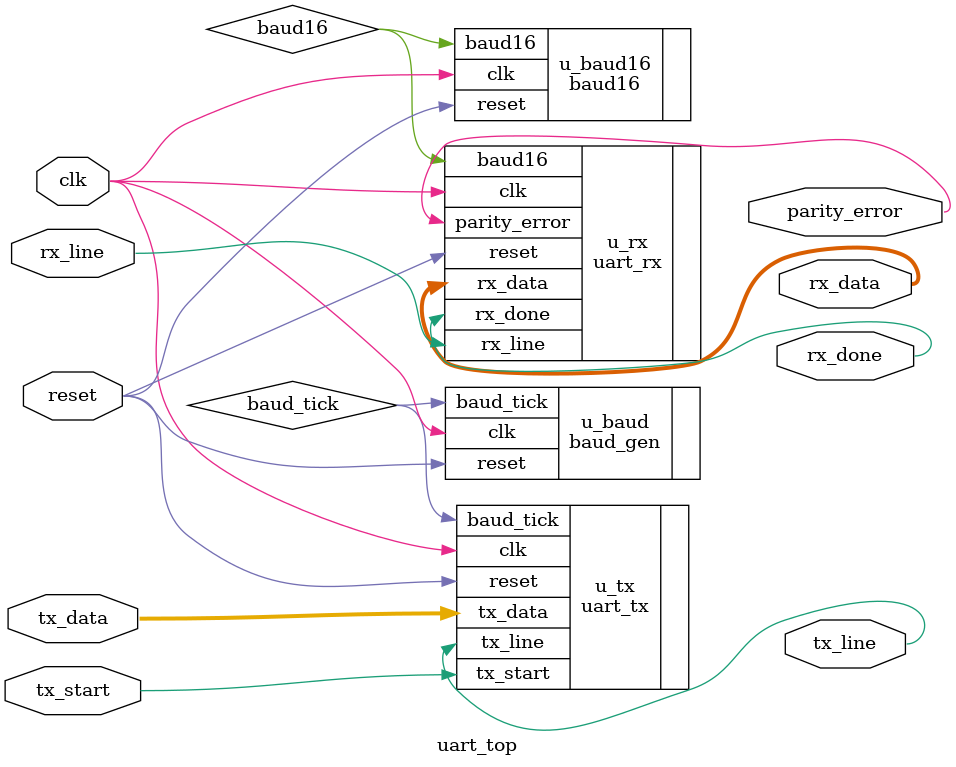
<source format=v>
module uart_top #(
    parameter DATABITS = 8,
    parameter BAUD_DIV = 5208
)(
    input  wire                    clk,
    input  wire                    reset,
    input  wire                    tx_start,
    input  wire [DATABITS-1:0]     tx_data,
    input  wire                    rx_line,
    output wire                    tx_line,
    output wire [DATABITS-1:0]     rx_data,
    output wire                    rx_done,
    output wire                    parity_error
);

    wire baud_tick;
    wire baud16;

    baud_gen #(
        .BAUD_DIV(BAUD_DIV)
    ) u_baud (
        .clk(clk),
        .reset(reset),
        .baud_tick(baud_tick)
    );

    baud16 #(
        .BAUD_DIV1(BAUD_DIV/16)
    ) u_baud16 (
        .clk(clk),
        .reset(reset),
        .baud16(baud16)
    );

    uart_tx #(
        .DATABITS(DATABITS)
    ) u_tx (
        .clk(clk),
        .reset(reset),
        .baud_tick(baud_tick),
        .tx_start(tx_start),
        .tx_data(tx_data),
        .tx_line(tx_line)
    );

    uart_rx #(
        .DATABITS(DATABITS)
    ) u_rx (
        .clk(clk),
        .reset(reset),
        .baud16(baud16),
        .rx_line(rx_line),
        .rx_data(rx_data),
        .rx_done(rx_done),
        .parity_error(parity_error)
    );

endmodule

</source>
